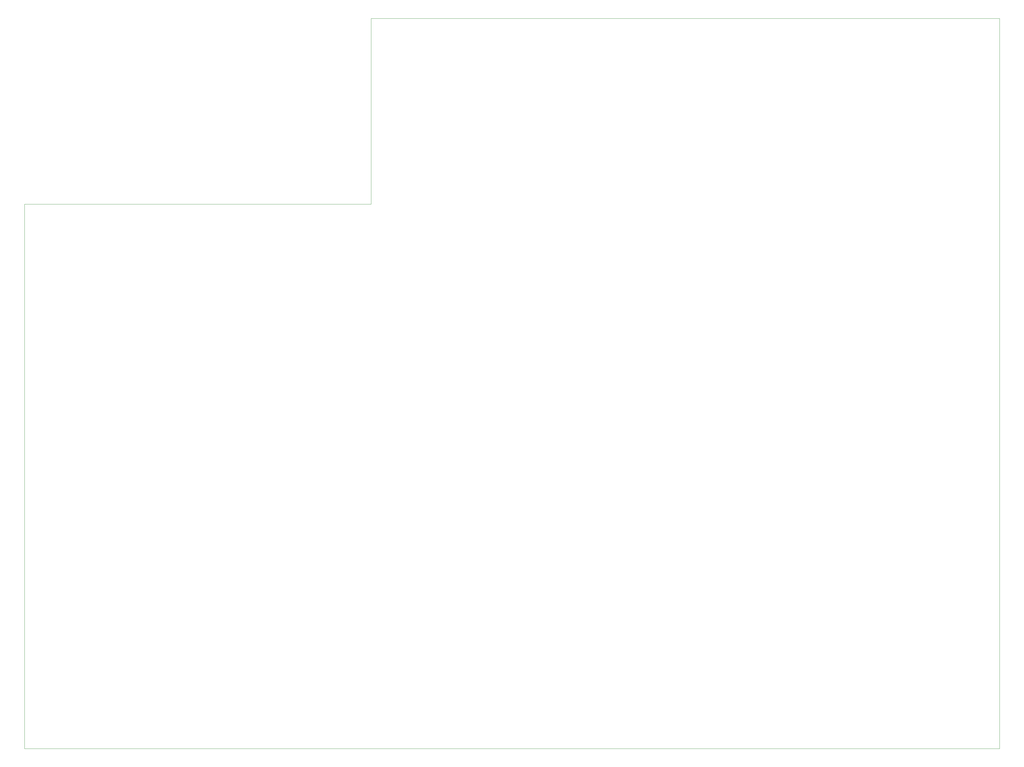
<source format=gko>
%FSLAX25Y25*%
%MOIN*%
G70*
G01*
G75*
G04 Layer_Color=16711935*
%ADD10R,0.01378X0.05512*%
%ADD11R,0.17716X0.12992*%
%ADD12R,0.07874X0.07087*%
%ADD13O,0.00787X0.02362*%
%ADD14O,0.01772X0.04528*%
%ADD15R,0.03740X0.02362*%
%ADD16R,0.04528X0.02362*%
%ADD17O,0.06299X0.01772*%
%ADD18R,0.05118X0.07480*%
%ADD19O,0.07087X0.02362*%
%ADD20O,0.02362X0.07284*%
%ADD21O,0.07284X0.02362*%
%ADD22R,0.03543X0.02953*%
%ADD23R,0.04331X0.11221*%
%ADD24R,0.22244X0.20866*%
%ADD25R,0.08268X0.08071*%
%ADD26R,0.14488X0.05000*%
%ADD27O,0.05512X0.08465*%
%ADD28R,0.05906X0.07874*%
%ADD29R,0.03543X0.03347*%
%ADD30R,0.05118X0.03937*%
%ADD31O,0.05512X0.01772*%
%ADD32O,0.05118X0.01772*%
%ADD33R,0.03150X0.06496*%
%ADD34R,0.03543X0.03150*%
%ADD35R,0.01969X0.02362*%
%ADD36R,0.03937X0.05118*%
%ADD37R,0.03150X0.03543*%
%ADD38R,0.02362X0.04528*%
%ADD39R,0.03347X0.03543*%
%ADD40R,0.02953X0.03543*%
%ADD41R,0.06496X0.03150*%
%ADD42R,0.07874X0.05906*%
%ADD43R,0.05512X0.01378*%
%ADD44R,0.12992X0.17716*%
%ADD45O,0.01772X0.05118*%
%ADD46C,0.03937*%
%ADD47C,0.01000*%
%ADD48C,0.00787*%
%ADD49C,0.02953*%
%ADD50C,0.03937*%
%ADD51C,0.01969*%
%ADD52C,0.04331*%
%ADD53C,0.02000*%
%ADD54C,0.07874*%
%ADD55C,0.08661*%
%ADD56C,0.06299*%
%ADD57C,0.05906*%
%ADD58C,0.01181*%
%ADD59C,0.11811*%
%ADD60C,0.02756*%
%ADD61C,0.01575*%
%ADD62C,0.05906*%
%ADD63C,0.06299*%
%ADD64C,0.06000*%
%ADD65C,0.11811*%
%ADD66C,0.07874*%
%ADD67R,0.05906X0.05906*%
%ADD68R,0.05906X0.05906*%
%ADD69O,0.04331X0.04724*%
%ADD70P,0.08097X8X292.5*%
%ADD71C,0.07480*%
%ADD72C,0.05512*%
%ADD73R,0.05512X0.09843*%
%ADD74O,0.05512X0.09843*%
%ADD75C,0.08661*%
%ADD76R,0.09843X0.05512*%
%ADD77O,0.09843X0.05512*%
%ADD78C,0.02598*%
%ADD79C,0.03150*%
%ADD80C,0.05000*%
%ADD81R,0.09843X0.14961*%
%ADD82R,0.03347X0.02559*%
%ADD83R,0.06496X0.04921*%
%ADD84R,0.05000X0.14488*%
%ADD85R,0.43307X0.31102*%
%ADD86R,0.04331X0.11417*%
%ADD87R,0.08858X0.09449*%
%ADD88R,0.08858X0.11417*%
%ADD89R,0.06890X0.08268*%
%ADD90R,0.06890X0.07087*%
%ADD91R,0.06890X0.11417*%
%ADD92R,0.14961X0.09843*%
%ADD93R,0.04921X0.06496*%
%ADD94C,0.09843*%
%ADD95C,0.11417*%
%ADD96C,0.04724*%
%ADD97C,0.00984*%
%ADD98C,0.02362*%
%ADD99C,0.00800*%
%ADD100C,0.11811*%
%ADD101C,0.00709*%
%ADD102C,0.00394*%
D102*
X1485000Y1369500D02*
Y2030000D01*
X1905000Y2255500D02*
X2666500D01*
X1905000Y2030000D02*
Y2255500D01*
X1485000Y2030000D02*
X1905000D01*
X2666500Y1369500D02*
Y2255500D01*
X1485000Y1369500D02*
X2666500D01*
M02*

</source>
